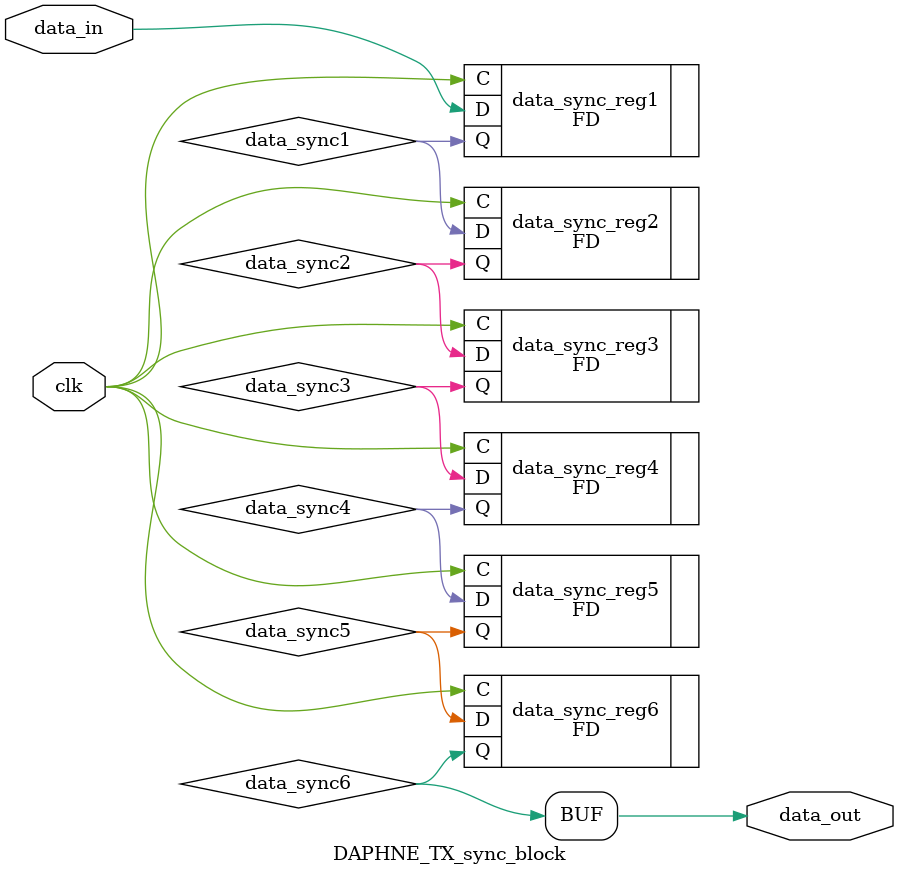
<source format=v>




`timescale 1ps / 1ps

//(* dont_touch = "yes" *)
module DAPHNE_TX_sync_block #(
  parameter INITIALISE = 6'b000000
)
(
  input        clk,              // clock to be sync'ed to
  input        data_in,          // Data to be 'synced'
  output       data_out          // synced data
);

  // Internal Signals
  wire data_sync1;
  wire data_sync2;
  wire data_sync3;
  wire data_sync4;
  wire data_sync5;
  wire data_sync6;


  (* shreg_extract = "no", ASYNC_REG = "TRUE" *)
  FD #(
    .INIT (INITIALISE[0])
  ) data_sync_reg1 (
    .C  (clk),
    .D  (data_in),
    .Q  (data_sync1)
  );


  (* shreg_extract = "no", ASYNC_REG = "TRUE" *)
  FD #(
   .INIT (INITIALISE[1])
  ) data_sync_reg2 (
  .C  (clk),
  .D  (data_sync1),
  .Q  (data_sync2)
  );


  (* shreg_extract = "no", ASYNC_REG = "TRUE" *)
  FD #(
   .INIT (INITIALISE[2])
  ) data_sync_reg3 (
  .C  (clk),
  .D  (data_sync2),
  .Q  (data_sync3)
  );

  (* shreg_extract = "no", ASYNC_REG = "TRUE" *)
  FD #(
   .INIT (INITIALISE[3])
  ) data_sync_reg4 (
  .C  (clk),
  .D  (data_sync3),
  .Q  (data_sync4)
  );

  (* shreg_extract = "no", ASYNC_REG = "TRUE" *)
  FD #(
   .INIT (INITIALISE[4])
  ) data_sync_reg5 (
  .C  (clk),
  .D  (data_sync4),
  .Q  (data_sync5)
  );

  (* shreg_extract = "no", ASYNC_REG = "TRUE" *)
  FD #(
   .INIT (INITIALISE[5])
  ) data_sync_reg6 (
  .C  (clk),
  .D  (data_sync5),
  .Q  (data_sync6)
  );
  assign data_out = data_sync6;



endmodule

</source>
